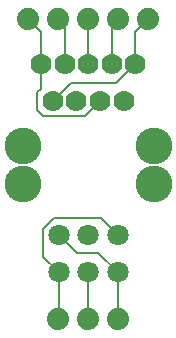
<source format=gbr>
G04 EAGLE Gerber RS-274X export*
G75*
%MOMM*%
%FSLAX34Y34*%
%LPD*%
%INTop Copper*%
%IPPOS*%
%AMOC8*
5,1,8,0,0,1.08239X$1,22.5*%
G01*
%ADD10C,1.800000*%
%ADD11C,1.778000*%
%ADD12C,3.116000*%
%ADD13C,1.879600*%
%ADD14C,0.203200*%


D10*
X51200Y83750D03*
X76200Y83750D03*
X101200Y83750D03*
D11*
X76200Y228750D03*
X56200Y228750D03*
D12*
X20700Y158750D03*
X131700Y158750D03*
D11*
X96200Y228750D03*
X36200Y228750D03*
X116200Y228750D03*
D10*
X101200Y52000D03*
X76200Y52000D03*
X51200Y52000D03*
D11*
X66200Y197000D03*
X86200Y197000D03*
D12*
X131700Y127000D03*
X20700Y127000D03*
D11*
X46200Y197000D03*
X106200Y197000D03*
D13*
X50800Y12700D03*
X76200Y12700D03*
X101600Y12700D03*
X127000Y266700D03*
X101600Y266700D03*
X76200Y266700D03*
X50800Y266700D03*
X25400Y266700D03*
D14*
X84620Y68580D02*
X101200Y52000D01*
X84620Y68580D02*
X66370Y68580D01*
X51200Y83750D01*
X101200Y52000D02*
X101200Y13100D01*
X101600Y12700D01*
X76200Y12700D02*
X76200Y52000D01*
X38100Y65100D02*
X38100Y88900D01*
X46990Y97790D01*
X87160Y97790D01*
X101200Y83750D01*
X51200Y52000D02*
X38100Y65100D01*
X51200Y52000D02*
X51200Y13100D01*
X50800Y12700D01*
X46200Y197000D02*
X61290Y212090D01*
X99540Y212090D01*
X116200Y228750D01*
X116200Y255900D01*
X127000Y266700D01*
X36200Y255900D02*
X36200Y228750D01*
X36200Y255900D02*
X25400Y266700D01*
X86200Y197000D02*
X73350Y184150D01*
X38100Y184150D01*
X33020Y189230D01*
X33020Y204470D01*
X36200Y207650D02*
X36200Y228750D01*
X36200Y207650D02*
X33020Y204470D01*
X56200Y228750D02*
X56200Y261300D01*
X50800Y266700D01*
X76200Y266700D02*
X76200Y228750D01*
X96200Y228750D02*
X96200Y261300D01*
X101600Y266700D01*
M02*

</source>
